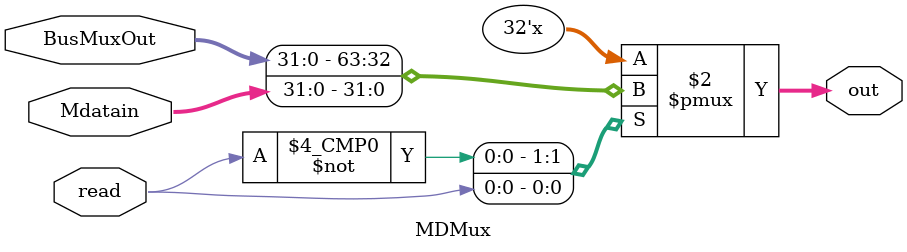
<source format=v>
module MDMux(
input [31:0] BusMuxOut, Mdatain,
input read,
output reg [31:0] out
);

always @(*) begin
	case(read)
		0 : out <= BusMuxOut;
		1 : out <= Mdatain;
		default : out <= 32'bx;
		endcase
	end
endmodule 
</source>
